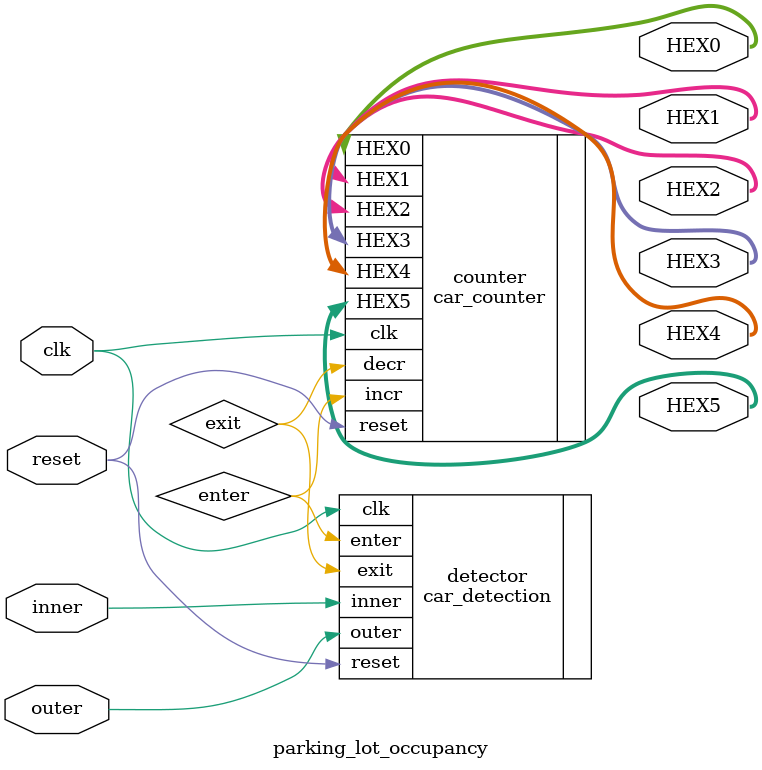
<source format=sv>
module parking_lot_occupancy(clk, reset, inner, outer, HEX0, HEX1, HEX2, HEX3, HEX4, HEX5);
	input  logic clk, reset, inner, outer;
//	input  logic inner_switch, outer_switch; // off-board switches to mimic photosensor inputs
//	output logic inner_led, outer_led; // off-board LEDs to indicate the value of photosensor inputs (1 = on/blocked, 0 = off/unblocked)
	output logic [6:0] HEX0, HEX1, HEX2, HEX3, HEX4, HEX5; // 7-bit counter for HEX display module
// 	input  logic [35:0] V_GPIO;
			 logic enter, exit, outer_wire, inner_wire;
			 

	// connect car detector, car counter, and HEX display modules
	car_detection detector (.clk(clk), .reset(reset), .outer(outer), .inner(inner), .enter(enter), .exit(exit)); 
	car_counter counter    (.clk(clk), .reset(reset), .incr(enter), .decr(exit), .HEX0(HEX0), .HEX1(HEX1), .HEX2(HEX2), .HEX3(HEX3), .HEX4(HEX4), .HEX5(HEX5));

	// output logic [4:0] counter; // 5-bit counter for HEX display module
	// output logic [6:0] HEX0, HEX1, HEX2, HEX3, HEX4, HEX5;
	// inout  logic V_GPIO;
	// 		 logic enter, exit, outer_wire, inner_wire, outer, inner;
			 
	// // LED ON (1) = SENSOR BLOCKED. LED OFF (0) = SENSOR UNBLOCKED		 
	// // assign V_GPIO[35] (outer LED) to V_GPIO[28] (outer switch)
	// assign V_GPIO[35] = V_GPIO[28];
	
	// // assign V_GPIO[33] (inner LED) to V_GPIO[30] (inner switch)
	// assign V_GPIO[33] = V_GPIO[30];
	
	// //2 DFFs in series for each input (switch) will help eliminate metastability
	// D_FF outer_switch_1 (.q(outer_wire), .d(V_GPIO[28]), .clk(clk));
	// D_FF outer_switch_2 (.q(outer),      .d(outer_wire), .clk(clk));
	
	// D_FF inner_switch_1 (.q(inner_wire), .d(V_GPIO[30]), .clk(clk));
	// D_FF inner_switch_2 (.q(inner),      .d(inner_wire), .clk(clk));
	
	// // connect car detector, car counter, and HEX display modules
	// // (clk, reset, incr, decr, HEX0, HEX1, HEX2, HEX3, HEX4, HEX5);
	// car_detection detector (.clk(clk), .reset(reset), .outer(outer), .inner(inner), .enter(enter), .exit(exit)); 
	// car_counter   counter  (.clk(clk), .reset(reset), .incr(enter), .decr(exit), .HEX0(HEX0), .HEX1(HEX1), .HEX2(HEX2), .HEX3(HEX3), .HEX4(HEX4), .HEX5(HEX5));
endmodule

</source>
